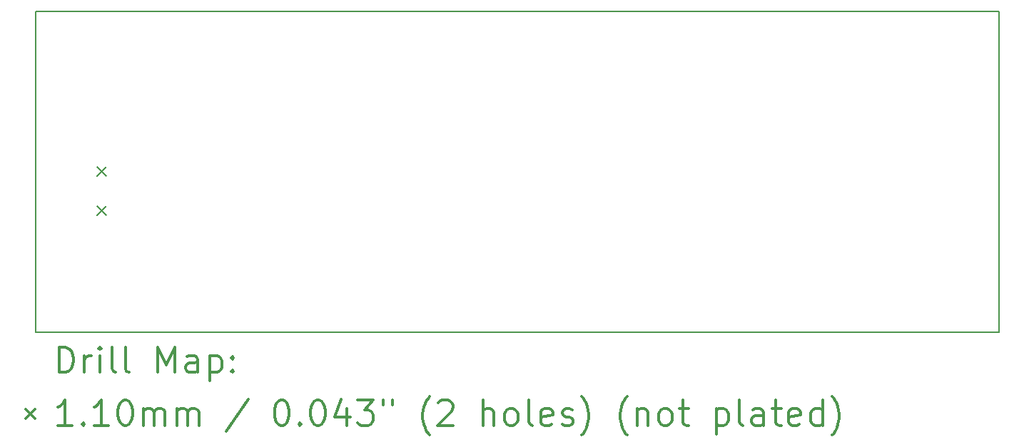
<source format=gbr>
%FSLAX45Y45*%
G04 Gerber Fmt 4.5, Leading zero omitted, Abs format (unit mm)*
G04 Created by KiCad (PCBNEW 5.0.2+dfsg1-1) date Thu Aug  5 15:22:21 2021*
%MOMM*%
%LPD*%
G01*
G04 APERTURE LIST*
%ADD10C,0.200000*%
%ADD11C,0.300000*%
G04 APERTURE END LIST*
D10*
X21590000Y-7620000D02*
X10160000Y-7620000D01*
X21590000Y-11430000D02*
X21590000Y-7620000D01*
X10160000Y-11430000D02*
X21590000Y-11430000D01*
X10160000Y-7620000D02*
X10160000Y-11430000D01*
D10*
X10888000Y-9467000D02*
X10998000Y-9577000D01*
X10998000Y-9467000D02*
X10888000Y-9577000D01*
X10888000Y-9927000D02*
X10998000Y-10037000D01*
X10998000Y-9927000D02*
X10888000Y-10037000D01*
D11*
X10436428Y-11905714D02*
X10436428Y-11605714D01*
X10507857Y-11605714D01*
X10550714Y-11620000D01*
X10579286Y-11648571D01*
X10593571Y-11677143D01*
X10607857Y-11734286D01*
X10607857Y-11777143D01*
X10593571Y-11834286D01*
X10579286Y-11862857D01*
X10550714Y-11891429D01*
X10507857Y-11905714D01*
X10436428Y-11905714D01*
X10736428Y-11905714D02*
X10736428Y-11705714D01*
X10736428Y-11762857D02*
X10750714Y-11734286D01*
X10765000Y-11720000D01*
X10793571Y-11705714D01*
X10822143Y-11705714D01*
X10922143Y-11905714D02*
X10922143Y-11705714D01*
X10922143Y-11605714D02*
X10907857Y-11620000D01*
X10922143Y-11634286D01*
X10936428Y-11620000D01*
X10922143Y-11605714D01*
X10922143Y-11634286D01*
X11107857Y-11905714D02*
X11079286Y-11891429D01*
X11065000Y-11862857D01*
X11065000Y-11605714D01*
X11265000Y-11905714D02*
X11236428Y-11891429D01*
X11222143Y-11862857D01*
X11222143Y-11605714D01*
X11607857Y-11905714D02*
X11607857Y-11605714D01*
X11707857Y-11820000D01*
X11807857Y-11605714D01*
X11807857Y-11905714D01*
X12079286Y-11905714D02*
X12079286Y-11748571D01*
X12065000Y-11720000D01*
X12036428Y-11705714D01*
X11979286Y-11705714D01*
X11950714Y-11720000D01*
X12079286Y-11891429D02*
X12050714Y-11905714D01*
X11979286Y-11905714D01*
X11950714Y-11891429D01*
X11936428Y-11862857D01*
X11936428Y-11834286D01*
X11950714Y-11805714D01*
X11979286Y-11791429D01*
X12050714Y-11791429D01*
X12079286Y-11777143D01*
X12222143Y-11705714D02*
X12222143Y-12005714D01*
X12222143Y-11720000D02*
X12250714Y-11705714D01*
X12307857Y-11705714D01*
X12336428Y-11720000D01*
X12350714Y-11734286D01*
X12365000Y-11762857D01*
X12365000Y-11848571D01*
X12350714Y-11877143D01*
X12336428Y-11891429D01*
X12307857Y-11905714D01*
X12250714Y-11905714D01*
X12222143Y-11891429D01*
X12493571Y-11877143D02*
X12507857Y-11891429D01*
X12493571Y-11905714D01*
X12479286Y-11891429D01*
X12493571Y-11877143D01*
X12493571Y-11905714D01*
X12493571Y-11720000D02*
X12507857Y-11734286D01*
X12493571Y-11748571D01*
X12479286Y-11734286D01*
X12493571Y-11720000D01*
X12493571Y-11748571D01*
X10040000Y-12345000D02*
X10150000Y-12455000D01*
X10150000Y-12345000D02*
X10040000Y-12455000D01*
X10593571Y-12535714D02*
X10422143Y-12535714D01*
X10507857Y-12535714D02*
X10507857Y-12235714D01*
X10479286Y-12278571D01*
X10450714Y-12307143D01*
X10422143Y-12321429D01*
X10722143Y-12507143D02*
X10736428Y-12521429D01*
X10722143Y-12535714D01*
X10707857Y-12521429D01*
X10722143Y-12507143D01*
X10722143Y-12535714D01*
X11022143Y-12535714D02*
X10850714Y-12535714D01*
X10936428Y-12535714D02*
X10936428Y-12235714D01*
X10907857Y-12278571D01*
X10879286Y-12307143D01*
X10850714Y-12321429D01*
X11207857Y-12235714D02*
X11236428Y-12235714D01*
X11265000Y-12250000D01*
X11279286Y-12264286D01*
X11293571Y-12292857D01*
X11307857Y-12350000D01*
X11307857Y-12421429D01*
X11293571Y-12478571D01*
X11279286Y-12507143D01*
X11265000Y-12521429D01*
X11236428Y-12535714D01*
X11207857Y-12535714D01*
X11179286Y-12521429D01*
X11165000Y-12507143D01*
X11150714Y-12478571D01*
X11136428Y-12421429D01*
X11136428Y-12350000D01*
X11150714Y-12292857D01*
X11165000Y-12264286D01*
X11179286Y-12250000D01*
X11207857Y-12235714D01*
X11436428Y-12535714D02*
X11436428Y-12335714D01*
X11436428Y-12364286D02*
X11450714Y-12350000D01*
X11479286Y-12335714D01*
X11522143Y-12335714D01*
X11550714Y-12350000D01*
X11565000Y-12378571D01*
X11565000Y-12535714D01*
X11565000Y-12378571D02*
X11579286Y-12350000D01*
X11607857Y-12335714D01*
X11650714Y-12335714D01*
X11679286Y-12350000D01*
X11693571Y-12378571D01*
X11693571Y-12535714D01*
X11836428Y-12535714D02*
X11836428Y-12335714D01*
X11836428Y-12364286D02*
X11850714Y-12350000D01*
X11879286Y-12335714D01*
X11922143Y-12335714D01*
X11950714Y-12350000D01*
X11965000Y-12378571D01*
X11965000Y-12535714D01*
X11965000Y-12378571D02*
X11979286Y-12350000D01*
X12007857Y-12335714D01*
X12050714Y-12335714D01*
X12079286Y-12350000D01*
X12093571Y-12378571D01*
X12093571Y-12535714D01*
X12679286Y-12221429D02*
X12422143Y-12607143D01*
X13065000Y-12235714D02*
X13093571Y-12235714D01*
X13122143Y-12250000D01*
X13136428Y-12264286D01*
X13150714Y-12292857D01*
X13165000Y-12350000D01*
X13165000Y-12421429D01*
X13150714Y-12478571D01*
X13136428Y-12507143D01*
X13122143Y-12521429D01*
X13093571Y-12535714D01*
X13065000Y-12535714D01*
X13036428Y-12521429D01*
X13022143Y-12507143D01*
X13007857Y-12478571D01*
X12993571Y-12421429D01*
X12993571Y-12350000D01*
X13007857Y-12292857D01*
X13022143Y-12264286D01*
X13036428Y-12250000D01*
X13065000Y-12235714D01*
X13293571Y-12507143D02*
X13307857Y-12521429D01*
X13293571Y-12535714D01*
X13279286Y-12521429D01*
X13293571Y-12507143D01*
X13293571Y-12535714D01*
X13493571Y-12235714D02*
X13522143Y-12235714D01*
X13550714Y-12250000D01*
X13565000Y-12264286D01*
X13579286Y-12292857D01*
X13593571Y-12350000D01*
X13593571Y-12421429D01*
X13579286Y-12478571D01*
X13565000Y-12507143D01*
X13550714Y-12521429D01*
X13522143Y-12535714D01*
X13493571Y-12535714D01*
X13465000Y-12521429D01*
X13450714Y-12507143D01*
X13436428Y-12478571D01*
X13422143Y-12421429D01*
X13422143Y-12350000D01*
X13436428Y-12292857D01*
X13450714Y-12264286D01*
X13465000Y-12250000D01*
X13493571Y-12235714D01*
X13850714Y-12335714D02*
X13850714Y-12535714D01*
X13779286Y-12221429D02*
X13707857Y-12435714D01*
X13893571Y-12435714D01*
X13979286Y-12235714D02*
X14165000Y-12235714D01*
X14065000Y-12350000D01*
X14107857Y-12350000D01*
X14136428Y-12364286D01*
X14150714Y-12378571D01*
X14165000Y-12407143D01*
X14165000Y-12478571D01*
X14150714Y-12507143D01*
X14136428Y-12521429D01*
X14107857Y-12535714D01*
X14022143Y-12535714D01*
X13993571Y-12521429D01*
X13979286Y-12507143D01*
X14279286Y-12235714D02*
X14279286Y-12292857D01*
X14393571Y-12235714D02*
X14393571Y-12292857D01*
X14836428Y-12650000D02*
X14822143Y-12635714D01*
X14793571Y-12592857D01*
X14779286Y-12564286D01*
X14765000Y-12521429D01*
X14750714Y-12450000D01*
X14750714Y-12392857D01*
X14765000Y-12321429D01*
X14779286Y-12278571D01*
X14793571Y-12250000D01*
X14822143Y-12207143D01*
X14836428Y-12192857D01*
X14936428Y-12264286D02*
X14950714Y-12250000D01*
X14979286Y-12235714D01*
X15050714Y-12235714D01*
X15079286Y-12250000D01*
X15093571Y-12264286D01*
X15107857Y-12292857D01*
X15107857Y-12321429D01*
X15093571Y-12364286D01*
X14922143Y-12535714D01*
X15107857Y-12535714D01*
X15465000Y-12535714D02*
X15465000Y-12235714D01*
X15593571Y-12535714D02*
X15593571Y-12378571D01*
X15579286Y-12350000D01*
X15550714Y-12335714D01*
X15507857Y-12335714D01*
X15479286Y-12350000D01*
X15465000Y-12364286D01*
X15779286Y-12535714D02*
X15750714Y-12521429D01*
X15736428Y-12507143D01*
X15722143Y-12478571D01*
X15722143Y-12392857D01*
X15736428Y-12364286D01*
X15750714Y-12350000D01*
X15779286Y-12335714D01*
X15822143Y-12335714D01*
X15850714Y-12350000D01*
X15865000Y-12364286D01*
X15879286Y-12392857D01*
X15879286Y-12478571D01*
X15865000Y-12507143D01*
X15850714Y-12521429D01*
X15822143Y-12535714D01*
X15779286Y-12535714D01*
X16050714Y-12535714D02*
X16022143Y-12521429D01*
X16007857Y-12492857D01*
X16007857Y-12235714D01*
X16279286Y-12521429D02*
X16250714Y-12535714D01*
X16193571Y-12535714D01*
X16165000Y-12521429D01*
X16150714Y-12492857D01*
X16150714Y-12378571D01*
X16165000Y-12350000D01*
X16193571Y-12335714D01*
X16250714Y-12335714D01*
X16279286Y-12350000D01*
X16293571Y-12378571D01*
X16293571Y-12407143D01*
X16150714Y-12435714D01*
X16407857Y-12521429D02*
X16436428Y-12535714D01*
X16493571Y-12535714D01*
X16522143Y-12521429D01*
X16536428Y-12492857D01*
X16536428Y-12478571D01*
X16522143Y-12450000D01*
X16493571Y-12435714D01*
X16450714Y-12435714D01*
X16422143Y-12421429D01*
X16407857Y-12392857D01*
X16407857Y-12378571D01*
X16422143Y-12350000D01*
X16450714Y-12335714D01*
X16493571Y-12335714D01*
X16522143Y-12350000D01*
X16636428Y-12650000D02*
X16650714Y-12635714D01*
X16679286Y-12592857D01*
X16693571Y-12564286D01*
X16707857Y-12521429D01*
X16722143Y-12450000D01*
X16722143Y-12392857D01*
X16707857Y-12321429D01*
X16693571Y-12278571D01*
X16679286Y-12250000D01*
X16650714Y-12207143D01*
X16636428Y-12192857D01*
X17179286Y-12650000D02*
X17165000Y-12635714D01*
X17136428Y-12592857D01*
X17122143Y-12564286D01*
X17107857Y-12521429D01*
X17093571Y-12450000D01*
X17093571Y-12392857D01*
X17107857Y-12321429D01*
X17122143Y-12278571D01*
X17136428Y-12250000D01*
X17165000Y-12207143D01*
X17179286Y-12192857D01*
X17293571Y-12335714D02*
X17293571Y-12535714D01*
X17293571Y-12364286D02*
X17307857Y-12350000D01*
X17336428Y-12335714D01*
X17379286Y-12335714D01*
X17407857Y-12350000D01*
X17422143Y-12378571D01*
X17422143Y-12535714D01*
X17607857Y-12535714D02*
X17579286Y-12521429D01*
X17565000Y-12507143D01*
X17550714Y-12478571D01*
X17550714Y-12392857D01*
X17565000Y-12364286D01*
X17579286Y-12350000D01*
X17607857Y-12335714D01*
X17650714Y-12335714D01*
X17679286Y-12350000D01*
X17693571Y-12364286D01*
X17707857Y-12392857D01*
X17707857Y-12478571D01*
X17693571Y-12507143D01*
X17679286Y-12521429D01*
X17650714Y-12535714D01*
X17607857Y-12535714D01*
X17793571Y-12335714D02*
X17907857Y-12335714D01*
X17836428Y-12235714D02*
X17836428Y-12492857D01*
X17850714Y-12521429D01*
X17879286Y-12535714D01*
X17907857Y-12535714D01*
X18236428Y-12335714D02*
X18236428Y-12635714D01*
X18236428Y-12350000D02*
X18265000Y-12335714D01*
X18322143Y-12335714D01*
X18350714Y-12350000D01*
X18365000Y-12364286D01*
X18379286Y-12392857D01*
X18379286Y-12478571D01*
X18365000Y-12507143D01*
X18350714Y-12521429D01*
X18322143Y-12535714D01*
X18265000Y-12535714D01*
X18236428Y-12521429D01*
X18550714Y-12535714D02*
X18522143Y-12521429D01*
X18507857Y-12492857D01*
X18507857Y-12235714D01*
X18793571Y-12535714D02*
X18793571Y-12378571D01*
X18779286Y-12350000D01*
X18750714Y-12335714D01*
X18693571Y-12335714D01*
X18665000Y-12350000D01*
X18793571Y-12521429D02*
X18765000Y-12535714D01*
X18693571Y-12535714D01*
X18665000Y-12521429D01*
X18650714Y-12492857D01*
X18650714Y-12464286D01*
X18665000Y-12435714D01*
X18693571Y-12421429D01*
X18765000Y-12421429D01*
X18793571Y-12407143D01*
X18893571Y-12335714D02*
X19007857Y-12335714D01*
X18936428Y-12235714D02*
X18936428Y-12492857D01*
X18950714Y-12521429D01*
X18979286Y-12535714D01*
X19007857Y-12535714D01*
X19222143Y-12521429D02*
X19193571Y-12535714D01*
X19136428Y-12535714D01*
X19107857Y-12521429D01*
X19093571Y-12492857D01*
X19093571Y-12378571D01*
X19107857Y-12350000D01*
X19136428Y-12335714D01*
X19193571Y-12335714D01*
X19222143Y-12350000D01*
X19236428Y-12378571D01*
X19236428Y-12407143D01*
X19093571Y-12435714D01*
X19493571Y-12535714D02*
X19493571Y-12235714D01*
X19493571Y-12521429D02*
X19465000Y-12535714D01*
X19407857Y-12535714D01*
X19379286Y-12521429D01*
X19365000Y-12507143D01*
X19350714Y-12478571D01*
X19350714Y-12392857D01*
X19365000Y-12364286D01*
X19379286Y-12350000D01*
X19407857Y-12335714D01*
X19465000Y-12335714D01*
X19493571Y-12350000D01*
X19607857Y-12650000D02*
X19622143Y-12635714D01*
X19650714Y-12592857D01*
X19665000Y-12564286D01*
X19679286Y-12521429D01*
X19693571Y-12450000D01*
X19693571Y-12392857D01*
X19679286Y-12321429D01*
X19665000Y-12278571D01*
X19650714Y-12250000D01*
X19622143Y-12207143D01*
X19607857Y-12192857D01*
M02*

</source>
